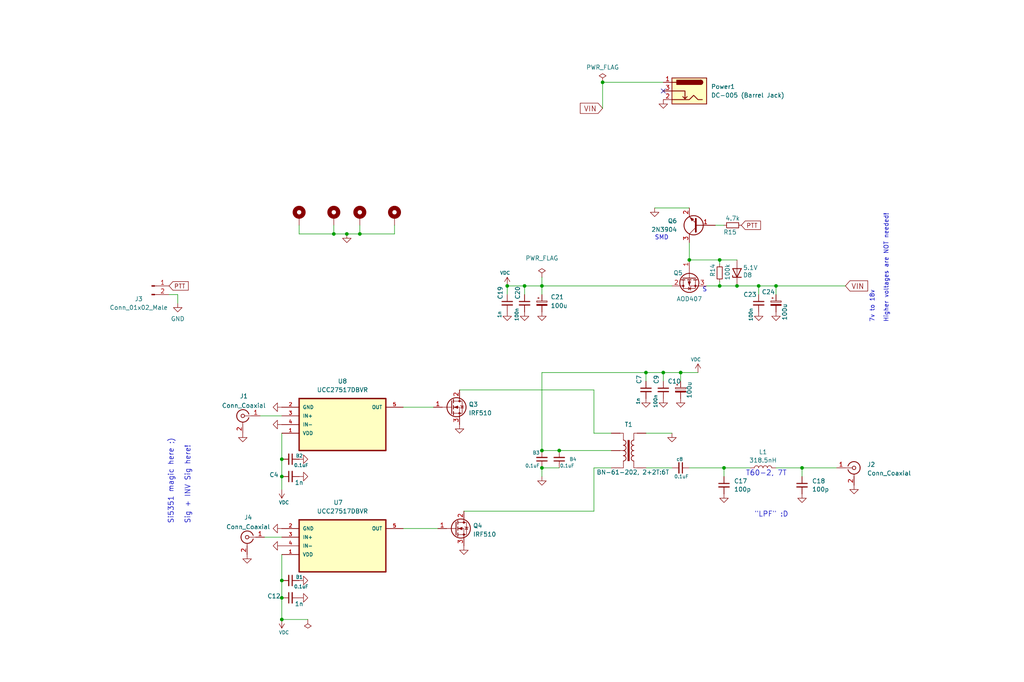
<source format=kicad_sch>
(kicad_sch (version 20230121) (generator eeschema)
  (paper "User" 299.999 200)
  (title_block (title "Digital PA (Push-pull simplified)") (date "2023-10-04") (rev "3.01") (company "Remixed by VU3CER, Henning Paul DC4HP (hnch@gmx.net)") (comment 1 "Licensed under CC BY-NC 4.0, NON-COMMERCIAL!") (comment 2 "https://creativecommons.org/licenses/by-nc/4.0/"))
  (lib_symbols
    (symbol "Connector:Barrel_Jack_Switch" (pin_names hide)
      (property "Reference" "J" (at 0 5.334 0))
      (property "Value" "Barrel_Jack_Switch" (at 0 -5.08 0))
      (symbol "Barrel_Jack_Switch_0_1"
        (rectangle (start -5.08 3.81) (end 5.08 -3.81) (stroke (width 0.254)) (fill (type background)))
        (arc (start -3.302 3.175) (mid -3.9343 2.54) (end -3.302 1.905) (stroke (width 0.254)))
        (arc (start -3.302 3.175) (mid -3.9343 2.54) (end -3.302 1.905) (stroke (width 0.254)) (fill (type outline)))
        (polyline (pts (xy 1.27 -2.286) (xy 1.905 -1.651)) (stroke (width 0.254)))
        (polyline (pts (xy 5.08 2.54) (xy 3.81 2.54)) (stroke (width 0.254)))
        (polyline (pts (xy 5.08 0) (xy 1.27 0) (xy 1.27 -2.286) (xy 0.635 -1.651)) (stroke (width 0.254)))
        (polyline (pts (xy -3.81 -2.54) (xy -2.54 -2.54) (xy -1.27 -1.27) (xy 0 -2.54) (xy 2.54 -2.54) (xy 5.08 -2.54)) (stroke (width 0.254)))
        (rectangle (start 3.683 3.175) (end -3.302 1.905) (stroke (width 0.254)) (fill (type outline)))
      )
      (symbol "Barrel_Jack_Switch_1_1"
        (pin passive line (at 7.62 2.54 180) (length 2.54) (name "~") (number "1"))
        (pin passive line (at 7.62 -2.54 180) (length 2.54) (name "~") (number "2"))
        (pin passive line (at 7.62 0 180) (length 2.54) (name "~") (number "3"))
      )
    )
    (symbol "Connector:Conn_01x02_Pin" (pin_names (offset 1.016) hide)
      (property "Reference" "J" (at 0 2.54 0))
      (property "Value" "Conn_01x02_Pin" (at 0 -5.08 0))
      (symbol "Conn_01x02_Pin_1_1"
        (polyline (pts (xy 1.27 -2.54) (xy 0.8636 -2.54)) (stroke (width 0.1524)))
        (polyline (pts (xy 1.27 0) (xy 0.8636 0)) (stroke (width 0.1524)))
        (rectangle (start 0.8636 -2.413) (end 0 -2.667) (stroke (width 0.1524)) (fill (type outline)))
        (rectangle (start 0.8636 0.127) (end 0 -0.127) (stroke (width 0.1524)) (fill (type outline)))
        (pin passive line (at 5.08 0 180) (length 3.81) (name "Pin_1") (number "1"))
        (pin passive line (at 5.08 -2.54 180) (length 3.81) (name "Pin_2") (number "2"))
      )
    )
    (symbol "Connector:Conn_Coaxial" (pin_names (offset 1.016) hide)
      (property "Reference" "J" (at 0.254 3.048 0))
      (property "Value" "Conn_Coaxial" (at 2.921 0 90))
      (symbol "Conn_Coaxial_0_1"
        (arc (start -1.778 -0.508) (mid 0.222 -1.808) (end 1.778 0) (stroke (width 0.254)))
        (polyline (pts (xy -2.54 0) (xy -0.508 0)))
        (polyline (pts (xy 0 -2.54) (xy 0 -1.778)))
        (circle (center 0 0) (radius 0.508) (stroke (width 0.2032)))
        (arc (start 1.778 0) (mid 0.222 1.8083) (end -1.778 0.508) (stroke (width 0.254)))
      )
      (symbol "Conn_Coaxial_1_1"
        (pin passive line (at -5.08 0 0) (length 2.54) (name "In") (number "1"))
        (pin passive line (at 0 -5.08 90) (length 2.54) (name "Ext") (number "2"))
      )
    )
    (symbol "Device:C_Polarized_Small" (pin_numbers hide) (pin_names (offset 0.254) hide)
      (property "Reference" "C" (at 0.254 1.778 0))
      (property "Value" "C_Polarized_Small" (at 0.254 -2.032 0))
      (symbol "C_Polarized_Small_0_1"
        (rectangle (start -1.524 -0.3048) (end 1.524 -0.6858) (fill (type outline)))
        (rectangle (start -1.524 0.6858) (end 1.524 0.3048))
        (polyline (pts (xy -1.27 1.524) (xy -0.762 1.524)))
        (polyline (pts (xy -1.016 1.27) (xy -1.016 1.778)))
      )
      (symbol "C_Polarized_Small_1_1"
        (pin passive line (at 0 2.54 270) (length 1.8542) (name "~") (number "1"))
        (pin passive line (at 0 -2.54 90) (length 1.8542) (name "~") (number "2"))
      )
    )
    (symbol "Device:C_Small" (pin_numbers hide) (pin_names (offset 0.254) hide)
      (property "Reference" "C" (at 0.254 1.778 0))
      (property "Value" "C_Small" (at 0.254 -2.032 0))
      (symbol "C_Small_0_1"
        (polyline (pts (xy -1.524 -0.508) (xy 1.524 -0.508)) (stroke (width 0.3302)))
        (polyline (pts (xy -1.524 0.508) (xy 1.524 0.508)) (stroke (width 0.3048)))
      )
      (symbol "C_Small_1_1"
        (pin passive line (at 0 2.54 270) (length 2.032) (name "~") (number "1"))
        (pin passive line (at 0 -2.54 90) (length 2.032) (name "~") (number "2"))
      )
    )
    (symbol "Device:D_Zener" (pin_numbers hide) (pin_names (offset 1.016) hide)
      (property "Reference" "D" (at 0 2.54 0))
      (property "Value" "D_Zener" (at 0 -2.54 0))
      (symbol "D_Zener_0_1"
        (polyline (pts (xy 1.27 0) (xy -1.27 0)))
        (polyline (pts (xy -1.27 -1.27) (xy -1.27 1.27) (xy -0.762 1.27)) (stroke (width 0.254)))
        (polyline (pts (xy 1.27 -1.27) (xy 1.27 1.27) (xy -1.27 0) (xy 1.27 -1.27)) (stroke (width 0.254)))
      )
      (symbol "D_Zener_1_1"
        (pin passive line (at -3.81 0 0) (length 2.54) (name "K") (number "1"))
        (pin passive line (at 3.81 0 180) (length 2.54) (name "A") (number "2"))
      )
    )
    (symbol "Device:L" (pin_numbers hide) (pin_names (offset 1.016) hide)
      (property "Reference" "L" (at -1.27 0 90))
      (property "Value" "L" (at 1.905 0 90))
      (symbol "L_0_1"
        (arc (start 0 -2.54) (mid 0.6323 -1.905) (end 0 -1.27))
        (arc (start 0 -1.27) (mid 0.6323 -0.635) (end 0 0))
        (arc (start 0 0) (mid 0.6323 0.635) (end 0 1.27))
        (arc (start 0 1.27) (mid 0.6323 1.905) (end 0 2.54))
      )
      (symbol "L_1_1"
        (pin passive line (at 0 3.81 270) (length 1.27) (name "1") (number "1"))
        (pin passive line (at 0 -3.81 90) (length 1.27) (name "2") (number "2"))
      )
    )
    (symbol "Device:Q_NMOS_GDS" (pin_names (offset 0) hide)
      (property "Reference" "Q" (at 5.08 1.27 0))
      (property "Value" "Q_NMOS_GDS" (at 5.08 -1.27 0))
      (symbol "Q_NMOS_GDS_0_1"
        (polyline (pts (xy 0.254 0) (xy -2.54 0)))
        (polyline (pts (xy 0.254 1.905) (xy 0.254 -1.905)) (stroke (width 0.254)))
        (polyline (pts (xy 0.762 -1.27) (xy 0.762 -2.286)) (stroke (width 0.254)))
        (polyline (pts (xy 0.762 0.508) (xy 0.762 -0.508)) (stroke (width 0.254)))
        (polyline (pts (xy 0.762 2.286) (xy 0.762 1.27)) (stroke (width 0.254)))
        (polyline (pts (xy 2.54 2.54) (xy 2.54 1.778)))
        (polyline (pts (xy 2.54 -2.54) (xy 2.54 0) (xy 0.762 0)))
        (polyline (pts (xy 0.762 -1.778) (xy 3.302 -1.778) (xy 3.302 1.778) (xy 0.762 1.778)))
        (polyline (pts (xy 1.016 0) (xy 2.032 0.381) (xy 2.032 -0.381) (xy 1.016 0)) (fill (type outline)))
        (polyline (pts (xy 2.794 0.508) (xy 2.921 0.381) (xy 3.683 0.381) (xy 3.81 0.254)))
        (polyline (pts (xy 3.302 0.381) (xy 2.921 -0.254) (xy 3.683 -0.254) (xy 3.302 0.381)))
        (circle (center 1.651 0) (radius 2.794) (stroke (width 0.254)))
        (circle (center 2.54 -1.778) (radius 0.254) (fill (type outline)))
        (circle (center 2.54 1.778) (radius 0.254) (fill (type outline)))
      )
      (symbol "Q_NMOS_GDS_1_1"
        (pin input line (at -5.08 0 0) (length 2.54) (name "G") (number "1"))
        (pin passive line (at 2.54 5.08 270) (length 2.54) (name "D") (number "2"))
        (pin passive line (at 2.54 -5.08 90) (length 2.54) (name "S") (number "3"))
      )
    )
    (symbol "Device:R_Small" (pin_numbers hide) (pin_names (offset 0.254) hide)
      (property "Reference" "R" (at 0.762 0.508 0))
      (property "Value" "R_Small" (at 0.762 -1.016 0))
      (symbol "R_Small_0_1"
        (rectangle (start -0.762 1.778) (end 0.762 -1.778) (stroke (width 0.2032)))
      )
      (symbol "R_Small_1_1"
        (pin passive line (at 0 2.54 270) (length 0.762) (name "~") (number "1"))
        (pin passive line (at 0 -2.54 90) (length 0.762) (name "~") (number "2"))
      )
    )
    (symbol "Mechanical:MountingHole_Pad" (pin_numbers hide) (pin_names (offset 1.016) hide)
      (property "Reference" "H" (at 0 6.35 0))
      (property "Value" "MountingHole_Pad" (at 0 4.445 0))
      (symbol "MountingHole_Pad_0_1"
        (circle (center 0 1.27) (radius 1.27) (stroke (width 1.27)))
      )
      (symbol "MountingHole_Pad_1_1"
        (pin input line (at 0 -2.54 90) (length 2.54) (name "1") (number "1"))
      )
    )
    (symbol "PCM_4ms_Power-symbol:PWR_FLAG" (power) (pin_numbers hide) (pin_names (offset 0) hide)
      (property "Value" "PWR_FLAG" (at 0 3.81 0))
      (symbol "PWR_FLAG_0_0"
        (pin power_out line (at 0 0 90) (length 0) (name "pwr") (number "1"))
      )
      (symbol "PWR_FLAG_0_1"
        (polyline (pts (xy 0 0) (xy 0 1.27) (xy -1.016 1.905) (xy 0 2.54) (xy 1.016 1.905) (xy 0 1.27)))
      )
    )
    (symbol "Transformer:TRANSF4" (pin_numbers hide) (pin_names (offset 0))
      (property "Reference" "TR" (at 0 6.35 0))
      (property "Value" "TRANSF4" (at 0 -6.35 0))
      (symbol "TRANSF4_0_1"
        (arc (start -1.524 -3.048) (mid -0.7653 -2.286) (end -1.524 -1.524) (stroke (width 0.2032)))
        (arc (start -1.524 -1.524) (mid -0.7653 -0.762) (end -1.524 0) (stroke (width 0.2032)))
        (arc (start -1.524 0) (mid -0.7653 0.762) (end -1.524 1.524) (stroke (width 0.2032)))
        (arc (start -1.524 1.524) (mid -0.7653 2.286) (end -1.524 3.048) (stroke (width 0.2032)))
        (rectangle (start -0.254 3.048) (end 0.254 -3.048) (stroke (width 0.0254)) (fill (type outline)))
        (polyline (pts (xy -1.524 0) (xy -2.54 0) (xy -2.54 0)) (fill (type outline)))
        (polyline (pts (xy -2.54 5.08) (xy -1.524 5.08) (xy -1.524 3.048) (xy -1.524 3.048)) (stroke (width 0.1524)))
        (polyline (pts (xy -1.524 -3.048) (xy -1.524 -5.08) (xy -2.54 -5.08) (xy -2.54 -5.08)) (stroke (width 0.1524)))
        (polyline (pts (xy 1.524 3.048) (xy 1.524 5.08) (xy 2.54 5.08) (xy 2.54 5.08)) (stroke (width 0.1524)))
        (polyline (pts (xy 2.54 -5.08) (xy 1.524 -5.08) (xy 1.524 -3.048) (xy 1.524 -3.048)) (stroke (width 0.1524)))
        (arc (start 1.524 -1.524) (mid 0.7653 -2.286) (end 1.524 -3.048) (stroke (width 0.2032)))
        (arc (start 1.524 0) (mid 0.7653 -0.762) (end 1.524 -1.524) (stroke (width 0.2032)))
        (arc (start 1.524 1.524) (mid 0.7653 0.762) (end 1.524 0) (stroke (width 0.2032)))
        (arc (start 1.524 3.048) (mid 0.7653 2.286) (end 1.524 1.524) (stroke (width 0.2032)))
      )
      (symbol "TRANSF4_1_1"
        (pin passive line (at -5.08 5.08 0) (length 2.54) (name "~") (number "1"))
        (pin passive line (at -5.08 0 0) (length 2.54) (name "~") (number "2"))
        (pin passive line (at -5.08 -5.08 0) (length 2.54) (name "~") (number "3"))
        (pin passive line (at 5.08 -5.08 180) (length 2.54) (name "~") (number "4"))
        (pin passive line (at 5.08 5.08 180) (length 2.54) (name "~") (number "5"))
      )
    )
    (symbol "Transistor_BJT:MMBT3904" (pin_names (offset 0) hide)
      (property "Reference" "Q" (at 5.08 1.905 0))
      (property "Value" "MMBT3904" (at 5.08 0 0))
      (symbol "MMBT3904_0_1"
        (polyline (pts (xy 0.635 0.635) (xy 2.54 2.54)))
        (polyline (pts (xy 0.635 -0.635) (xy 2.54 -2.54) (xy 2.54 -2.54)))
        (polyline (pts (xy 0.635 1.905) (xy 0.635 -1.905) (xy 0.635 -1.905)) (stroke (width 0.508)))
        (polyline (pts (xy 1.27 -1.778) (xy 1.778 -1.27) (xy 2.286 -2.286) (xy 1.27 -1.778) (xy 1.27 -1.778)) (fill (type outline)))
        (circle (center 1.27 0) (radius 2.8194) (stroke (width 0.254)))
      )
      (symbol "MMBT3904_1_1"
        (pin input line (at -5.08 0 0) (length 5.715) (name "B") (number "1"))
        (pin passive line (at 2.54 -5.08 90) (length 2.54) (name "E") (number "2"))
        (pin passive line (at 2.54 5.08 270) (length 2.54) (name "C") (number "3"))
      )
    )
    (symbol "Transistor_FET:IRF9540N" (pin_names hide)
      (property "Reference" "Q" (at 5.08 1.905 0))
      (property "Value" "IRF9540N" (at 5.08 0 0))
      (symbol "IRF9540N_0_1"
        (polyline (pts (xy 0.254 0) (xy -2.54 0)))
        (polyline (pts (xy 0.254 1.905) (xy 0.254 -1.905)) (stroke (width 0.254)))
        (polyline (pts (xy 0.762 -1.27) (xy 0.762 -2.286)) (stroke (width 0.254)))
        (polyline (pts (xy 0.762 0.508) (xy 0.762 -0.508)) (stroke (width 0.254)))
        (polyline (pts (xy 0.762 2.286) (xy 0.762 1.27)) (stroke (width 0.254)))
        (polyline (pts (xy 2.54 2.54) (xy 2.54 1.778)))
        (polyline (pts (xy 2.54 -2.54) (xy 2.54 0) (xy 0.762 0)))
        (polyline (pts (xy 0.762 1.778) (xy 3.302 1.778) (xy 3.302 -1.778) (xy 0.762 -1.778)))
        (polyline (pts (xy 2.286 0) (xy 1.27 0.381) (xy 1.27 -0.381) (xy 2.286 0)) (fill (type outline)))
        (polyline (pts (xy 2.794 -0.508) (xy 2.921 -0.381) (xy 3.683 -0.381) (xy 3.81 -0.254)))
        (polyline (pts (xy 3.302 -0.381) (xy 2.921 0.254) (xy 3.683 0.254) (xy 3.302 -0.381)))
        (circle (center 1.651 0) (radius 2.794) (stroke (width 0.254)))
        (circle (center 2.54 -1.778) (radius 0.254) (fill (type outline)))
        (circle (center 2.54 1.778) (radius 0.254) (fill (type outline)))
      )
      (symbol "IRF9540N_1_1"
        (pin input line (at -5.08 0 0) (length 2.54) (name "G") (number "1"))
        (pin passive line (at 2.54 5.08 270) (length 2.54) (name "D") (number "2"))
        (pin passive line (at 2.54 -5.08 90) (length 2.54) (name "S") (number "3"))
      )
    )
    (symbol "UCC27517DBVR:UCC27517DBVR" (pin_names (offset 1.016))
      (property "Reference" "U" (at -12.7 8.62 0))
      (property "Value" "UCC27517DBVR" (at -12.7 -11.62 0))
      (symbol "UCC27517DBVR_0_0"
        (rectangle (start -12.7 -7.62) (end 12.7 7.62) (stroke (width 0.41)) (fill (type background)))
        (pin input line (at -17.78 -2.54 0) (length 5.08) (name "VDD") (number "1"))
        (pin input line (at -17.78 5.08 0) (length 5.08) (name "GND") (number "2"))
        (pin input line (at -17.78 2.54 0) (length 5.08) (name "IN+") (number "3"))
        (pin input line (at -17.78 0 0) (length 5.08) (name "IN-") (number "4"))
        (pin output line (at 17.78 5.08 180) (length 5.08) (name "OUT") (number "5"))
      )
    )
    (symbol "power:GND" (power) (pin_names (offset 0))
      (property "Value" "GND" (at 0 -3.81 0))
      (symbol "GND_0_1"
        (polyline (pts (xy 0 0) (xy 0 -1.27) (xy 1.27 -1.27) (xy 0 -2.54) (xy -1.27 -1.27) (xy 0 -1.27)))
      )
      (symbol "GND_1_1"
        (pin power_in line (at 0 0 270) (length 0) hide (name "GND") (number "1"))
      )
    )
    (symbol "power:PWR_FLAG" (power) (pin_numbers hide) (pin_names (offset 0) hide)
      (property "Value" "PWR_FLAG" (at 0 3.81 0))
      (symbol "PWR_FLAG_0_0"
        (pin power_out line (at 0 0 90) (length 0) (name "pwr") (number "1"))
      )
      (symbol "PWR_FLAG_0_1"
        (polyline (pts (xy 0 0) (xy 0 1.27) (xy -1.016 1.905) (xy 0 2.54) (xy 1.016 1.905) (xy 0 1.27)))
      )
    )
    (symbol "power:VDC" (power) (pin_names (offset 0))
      (property "Value" "VDC" (at 0 6.35 0))
      (symbol "VDC_0_1"
        (polyline (pts (xy -0.762 1.27) (xy 0 2.54)))
        (polyline (pts (xy 0 0) (xy 0 2.54)))
        (polyline (pts (xy 0 2.54) (xy 0.762 1.27)))
      )
      (symbol "VDC_1_1"
        (pin power_in line (at 0 0 90) (length 0) hide (name "VDC") (number "1"))
      )
    )
  )
  (junction (at 215.9 83.82))
  (junction (at 201.93 76.2))
  (junction (at 158.75 83.82))
  (junction (at 222.25 83.82))
  (junction (at 82.55 181.61))
  (junction (at 212.09 137.16))
  (junction (at 158.75 132.08))
  (junction (at 153.67 83.82))
  (junction (at 105.41 68.58))
  (junction (at 82.55 175.26))
  (junction (at 97.79 68.58))
  (junction (at 176.53 24.13))
  (junction (at 210.82 83.82))
  (junction (at 82.55 139.7))
  (junction (at 227.33 83.82))
  (junction (at 148.59 83.82))
  (junction (at 82.55 170.18))
  (junction (at 101.6 68.58))
  (junction (at 189.23 109.22))
  (junction (at 199.39 109.22))
  (junction (at 234.95 137.16))
  (junction (at 194.31 109.22))
  (junction (at 163.83 132.08))
  (junction (at 82.55 134.62))
  (junction (at 158.75 137.16))
  (junction (at 210.82 76.2))
  (no_connect (at 194.31 26.67))
  (wire (pts (xy 176.53 24.13) (xy 176.53 31.75)))
  (wire (pts (xy 101.6 68.58) (xy 105.41 68.58)))
  (wire (pts (xy 163.83 132.08) (xy 179.07 132.08)))
  (wire (pts (xy 118.11 154.94) (xy 128.27 154.94)))
  (wire (pts (xy 234.95 137.16) (xy 234.95 139.7)))
  (wire (pts (xy 227.33 137.16) (xy 234.95 137.16)))
  (wire (pts (xy 210.82 83.82) (xy 215.9 83.82)))
  (wire (pts (xy 201.93 137.16) (xy 212.09 137.16)))
  (wire (pts (xy 52.07 88.9) (xy 52.07 86.36)))
  (wire (pts (xy 158.75 109.22) (xy 189.23 109.22)))
  (wire (pts (xy 173.99 127) (xy 179.07 127)))
  (wire (pts (xy 201.93 76.2) (xy 210.82 76.2)))
  (wire (pts (xy 215.9 83.82) (xy 222.25 83.82)))
  (wire (pts (xy 158.75 83.82) (xy 196.85 83.82)))
  (wire (pts (xy 87.63 68.58) (xy 97.79 68.58)))
  (wire (pts (xy 135.89 149.86) (xy 173.99 149.86)))
  (wire (pts (xy 158.75 83.82) (xy 158.75 86.36)))
  (wire (pts (xy 82.55 127) (xy 82.55 134.62)))
  (wire (pts (xy 189.23 109.22) (xy 194.31 109.22)))
  (wire (pts (xy 210.82 82.55) (xy 210.82 83.82)))
  (wire (pts (xy 153.67 83.82) (xy 158.75 83.82)))
  (wire (pts (xy 227.33 83.82) (xy 227.33 86.36)))
  (wire (pts (xy 173.99 137.16) (xy 173.99 149.86)))
  (wire (pts (xy 158.75 132.08) (xy 163.83 132.08)))
  (wire (pts (xy 199.39 109.22) (xy 204.47 109.22)))
  (wire (pts (xy 176.53 24.13) (xy 194.31 24.13)))
  (wire (pts (xy 189.23 137.16) (xy 196.85 137.16)))
  (wire (pts (xy 77.47 157.48) (xy 82.55 157.48)))
  (wire (pts (xy 212.09 137.16) (xy 219.71 137.16)))
  (wire (pts (xy 209.55 66.04) (xy 212.09 66.04)))
  (wire (pts (xy 82.55 139.7) (xy 82.55 143.51)))
  (wire (pts (xy 207.01 83.82) (xy 210.82 83.82)))
  (wire (pts (xy 82.55 134.62) (xy 82.55 139.7)))
  (wire (pts (xy 158.75 137.16) (xy 163.83 137.16)))
  (wire (pts (xy 194.31 109.22) (xy 194.31 111.76)))
  (wire (pts (xy 212.09 137.16) (xy 212.09 139.7)))
  (wire (pts (xy 189.23 127) (xy 196.85 127)))
  (wire (pts (xy 234.95 137.16) (xy 245.11 137.16)))
  (wire (pts (xy 210.82 76.2) (xy 215.9 76.2)))
  (wire (pts (xy 87.63 66.04) (xy 87.63 68.58)))
  (wire (pts (xy 52.07 86.36) (xy 49.53 86.36)))
  (wire (pts (xy 158.75 81.28) (xy 158.75 83.82)))
  (wire (pts (xy 134.62 114.3) (xy 173.99 114.3)))
  (wire (pts (xy 201.93 71.12) (xy 201.93 76.2)))
  (wire (pts (xy 148.59 83.82) (xy 153.67 83.82)))
  (wire (pts (xy 210.82 76.2) (xy 210.82 77.47)))
  (wire (pts (xy 227.33 83.82) (xy 247.65 83.82)))
  (wire (pts (xy 194.31 109.22) (xy 199.39 109.22)))
  (wire (pts (xy 105.41 68.58) (xy 115.57 68.58)))
  (wire (pts (xy 158.75 137.16) (xy 158.75 139.7)))
  (wire (pts (xy 189.23 109.22) (xy 189.23 111.76)))
  (wire (pts (xy 82.55 181.61) (xy 90.17 181.61)))
  (wire (pts (xy 97.79 68.58) (xy 101.6 68.58)))
  (wire (pts (xy 222.25 83.82) (xy 227.33 83.82)))
  (wire (pts (xy 173.99 137.16) (xy 179.07 137.16)))
  (wire (pts (xy 222.25 83.82) (xy 222.25 86.36)))
  (wire (pts (xy 158.75 109.22) (xy 158.75 132.08)))
  (wire (pts (xy 173.99 114.3) (xy 173.99 127)))
  (wire (pts (xy 82.55 170.18) (xy 82.55 175.26)))
  (wire (pts (xy 148.59 83.82) (xy 148.59 86.36)))
  (wire (pts (xy 153.67 83.82) (xy 153.67 86.36)))
  (wire (pts (xy 118.11 119.38) (xy 127 119.38)))
  (wire (pts (xy 191.77 60.96) (xy 201.93 60.96)))
  (wire (pts (xy 105.41 66.04) (xy 105.41 68.58)))
  (wire (pts (xy 115.57 68.58) (xy 115.57 66.04)))
  (wire (pts (xy 82.55 162.56) (xy 82.55 170.18)))
  (wire (pts (xy 97.79 66.04) (xy 97.79 68.58)))
  (wire (pts (xy 199.39 109.22) (xy 199.39 111.76)))
  (wire (pts (xy 76.2 121.92) (xy 82.55 121.92)))
  (wire (pts (xy 82.55 175.26) (xy 82.55 181.61)))
  (text "\"LPF\" :D" (at 220.98 151.765 0) (effects (font (size 1.524 1.524)) (justify left bottom)))
  (text "SMD" (at 191.77 70.485 0) (effects (font (size 1.27 1.27)) (justify left bottom)))
  (text "S" (at 205.74 85.725 0) (effects (font (size 1.27 1.27)) (justify left bottom)))
  (text "7v to 18v\n\nHigher voltages are NOT needed!" (at 260.35 94.615 90) (effects (font (size 1.27 1.27)) (justify left bottom)))
  (text "Si5351 magic here ;)\n\nSig + INV Sig here!" (at 55.88 153.67 90) (effects (font (size 1.524 1.524)) (justify left bottom)))
  (text "T60-2, 7T" (at 218.44 139.7 0) (effects (font (size 1.524 1.524)) (justify left bottom)))
  (global_label "PTT" (shape input) (at 49.53 83.82 0) (property "Intersheetrefs" "${INTERSHEET_REFS}" (effects hide)))
  (global_label "VIN" (shape input) (at 176.53 31.75 180) (effects (font (size 1.524 1.524))) (property "Intersheetrefs" "${INTERSHEET_REFS}" (effects hide)) (property "Referenzen zwischen Schaltplänen" "${INTERSHEET_REFS}" (effects hide)))
  (global_label "VIN" (shape input) (at 247.65 83.82 0) (effects (font (size 1.524 1.524))) (property "Intersheetrefs" "${INTERSHEET_REFS}" (effects hide)) (property "Referenzen zwischen Schaltplänen" "${INTERSHEET_REFS}" (effects hide)))
  (global_label "PTT" (shape input) (at 217.17 66.04 0) (property "Intersheetrefs" "${INTERSHEET_REFS}" (effects hide)))
  (symbol (lib_id "Device:R_Small") (at 210.82 80.01 180) (unit 1)
    (property "Reference" "R14" (at 208.788 79.248 90))
    (property "Value" "100k" (at 213.106 79.756 90))
    (property "Footprint" "Resistor_SMD:R_1206_3216Metric_Pad1.30x1.75mm_HandSolder" (effects hide))
  )
  (symbol (lib_id "power:GND") (at 101.6 68.58 0) (unit 1)
    (property "Reference" "#PWR075" (effects hide))
    (property "Value" "GNDPWR" (effects hide))
  )
  (symbol (lib_id "power:GND") (at 158.75 139.7 0) (unit 1)
    (property "Reference" "#PWR051" (effects hide))
    (property "Value" "GND" (effects hide))
  )
  (symbol (lib_id "Device:L") (at 223.52 137.16 90) (unit 1)
    (property "Reference" "L1" (at 223.52 132.5104 90))
    (property "Value" "318.5nH" (at 223.52 134.9346 90))
    (property "Footprint" "Inductor_THT:L_Toroid_Vertical_L21.6mm_W8.4mm_P8.38mm_Pulse_G" (effects hide))
  )
  (symbol (lib_id "power:GND") (at 82.55 154.94 270) (unit 1)
    (property "Reference" "#PWR035" (effects hide))
    (property "Value" "GND" (effects hide))
  )
  (symbol (lib_id "Device:R_Small") (at 214.63 66.04 90) (unit 1)
    (property "Reference" "R15" (at 213.868 68.072 90))
    (property "Value" "4.7k" (at 214.63 64.008 90))
    (property "Footprint" "Resistor_SMD:R_1206_3216Metric_Pad1.30x1.75mm_HandSolder" (effects hide))
  )
  (symbol (lib_id "Device:C_Small") (at 222.25 88.9 0) (unit 1)
    (property "Reference" "C23" (at 219.71 86.36 0))
    (property "Value" "100n" (at 219.964 92.202 90) (effects (font (size 0.9906 0.9906))))
    (property "Footprint" "Capacitor_SMD:C_1206_3216Metric_Pad1.33x1.80mm_HandSolder" (effects hide))
  )
  (symbol (lib_id "Device:Q_NMOS_GDS") (at 132.08 119.38 0) (unit 1)
    (property "Reference" "Q3" (at 137.287 118.5453 0) (effects (justify left)))
    (property "Value" "IRF510" (at 137.287 121.0822 0) (effects (justify left)))
    (property "Footprint" "Package_TO_SOT_SMD:TO-263-3_TabPin2" (effects hide))
  )
  (symbol (lib_id "power:GND") (at 72.39 162.56 0) (unit 1)
    (property "Reference" "#PWR09" (effects hide))
    (property "Value" "GND" (effects hide))
  )
  (symbol (lib_id "power:GND") (at 194.31 116.84 0) (unit 1)
    (property "Reference" "#PWR06" (effects hide))
    (property "Value" "GND" (effects hide))
  )
  (symbol (lib_id "Device:D_Zener") (at 215.9 80.01 90) (unit 1)
    (property "Reference" "D8" (at 220.345 80.645 90) (effects (justify left)))
    (property "Value" "5.1V" (at 221.996 78.486 90) (effects (justify left)))
    (property "Footprint" "Diode_SMD:D_MiniMELF_Handsoldering" (effects hide))
  )
  (symbol (lib_id "power:GND") (at 234.95 144.78 0) (unit 1)
    (property "Reference" "#PWR060" (effects hide))
    (property "Value" "GND" (effects hide))
  )
  (symbol (lib_id "Connector:Conn_Coaxial") (at 72.39 157.48 0) (mirror y) (unit 1)
    (property "Reference" "J4" (at 72.7074 151.6869 0))
    (property "Value" "Conn_Coaxial" (at 72.7074 154.462 0))
    (property "Footprint" "Connector_Coaxial:SMA_Amphenol_901-144_Vertical" (effects hide))
    (property "Datasheet" " ~" (effects hide))
  )
  (symbol (lib_id "Device:C_Small") (at 85.09 170.18 270) (unit 1)
    (property "Reference" "B1" (at 86.614 169.164 90) (effects (font (size 0.9906 0.9906)) (justify left)))
    (property "Value" "0.1uF" (at 86.106 171.958 90) (effects (font (size 0.9906 0.9906)) (justify left)))
    (property "Footprint" "Capacitor_SMD:C_1206_3216Metric_Pad1.33x1.80mm_HandSolder" (effects hide))
  )
  (symbol (lib_id "power:VDC") (at 82.55 181.61 180) (unit 1)
    (property "Reference" "#PWR04" (effects hide))
    (property "Value" "+VPA" (at 83.185 185.42 0) (effects (font (size 0.9906 0.9906))))
  )
  (symbol (lib_id "power:VDC") (at 204.47 109.22 0) (unit 1)
    (property "Reference" "#PWR08" (effects hide))
    (property "Value" "+VPA" (at 203.835 105.41 0) (effects (font (size 0.9906 0.9906))))
  )
  (symbol (lib_id "Device:C_Small") (at 85.09 134.62 270) (unit 1)
    (property "Reference" "B2" (at 86.614 133.604 90) (effects (font (size 0.9906 0.9906)) (justify left)))
    (property "Value" "0.1uF" (at 86.106 136.398 90) (effects (font (size 0.9906 0.9906)) (justify left)))
    (property "Footprint" "Capacitor_SMD:C_1206_3216Metric_Pad1.33x1.80mm_HandSolder" (effects hide))
  )
  (symbol (lib_id "Transistor_BJT:MMBT3904") (at 204.47 66.04 180) (unit 1)
    (property "Reference" "Q6" (at 198.374 64.7699 0) (effects (justify left)))
    (property "Value" "2N3904" (at 198.374 67.3099 0) (effects (justify left)))
    (property "Footprint" "Package_TO_SOT_SMD:SOT-23_Handsoldering" (effects hide))
    (property "Datasheet" "https://www.onsemi.com/pdf/datasheet/pzt3904-d.pdf" (effects hide))
  )
  (symbol (lib_id "power:VDC") (at 148.59 83.82 0) (unit 1)
    (property "Reference" "#PWR070" (effects hide))
    (property "Value" "+VPA" (at 147.955 80.01 0) (effects (font (size 0.9906 0.9906))))
  )
  (symbol (lib_id "Device:C_Polarized_Small") (at 158.75 88.9 0) (unit 1)
    (property "Reference" "C21" (at 161.29 87.0839 0) (effects (justify left)))
    (property "Value" "100u" (at 161.29 89.6239 0) (effects (justify left)))
    (property "Footprint" "Capacitor_THT:CP_Radial_D5.0mm_P2.50mm" (effects hide))
  )
  (symbol (lib_id "Device:C_Polarized_Small") (at 199.39 114.3 0) (unit 1)
    (property "Reference" "C10" (at 195.58 111.76 0) (effects (justify left)))
    (property "Value" "100u" (at 201.93 116.84 90) (effects (justify left)))
    (property "Footprint" "Capacitor_THT:CP_Radial_D5.0mm_P2.50mm" (effects hide))
  )
  (symbol (lib_id "Device:C_Polarized_Small") (at 227.33 88.9 0) (unit 1)
    (property "Reference" "C24" (at 223.139 85.598 0) (effects (justify left)))
    (property "Value" "100u" (at 229.87 93.98 90) (effects (justify left)))
    (property "Footprint" "Capacitor_THT:CP_Radial_D5.0mm_P2.50mm" (effects hide))
  )
  (symbol (lib_id "power:GND") (at 227.33 91.44 0) (unit 1)
    (property "Reference" "#PWR069" (effects hide))
    (property "Value" "GND" (effects hide))
  )
  (symbol (lib_id "power:GND") (at 87.63 175.26 90) (unit 1)
    (property "Reference" "#PWR044" (effects hide))
    (property "Value" "GND" (effects hide))
  )
  (symbol (lib_id "Transformer:TRANSF4") (at 184.15 132.08 0) (unit 1)
    (property "Reference" "T1" (at 184.15 124.46 0))
    (property "Value" "BN-61-202, 2+2T:6T" (at 185.42 138.43 0))
    (property "Footprint" "footprints:BN202V" (effects hide))
  )
  (symbol (lib_id "Device:Q_NMOS_GDS") (at 133.35 154.94 0) (unit 1)
    (property "Reference" "Q4" (at 138.557 154.1053 0) (effects (justify left)))
    (property "Value" "IRF510" (at 138.557 156.6422 0) (effects (justify left)))
    (property "Footprint" "Package_TO_SOT_SMD:TO-263-3_TabPin2" (effects hide))
  )
  (symbol (lib_id "Device:C_Small") (at 199.39 137.16 270) (unit 1)
    (property "Reference" "c8" (at 198.12 134.62 90) (effects (font (size 0.9906 0.9906)) (justify left)))
    (property "Value" "0.1uF" (at 197.485 139.7 90) (effects (font (size 0.9906 0.9906)) (justify left)))
    (property "Footprint" "Capacitor_SMD:C_1206_3216Metric_Pad1.33x1.80mm_HandSolder" (effects hide))
  )
  (symbol (lib_id "Device:C_Small") (at 85.09 139.7 90) (unit 1)
    (property "Reference" "C4" (at 80.264 139.192 90))
    (property "Value" "1n" (at 87.63 141.478 90))
    (property "Footprint" "Capacitor_SMD:C_1206_3216Metric_Pad1.33x1.80mm_HandSolder" (effects hide))
  )
  (symbol (lib_id "power:GND") (at 222.25 91.44 0) (unit 1)
    (property "Reference" "#PWR068" (effects hide))
    (property "Value" "GND" (effects hide))
  )
  (symbol (lib_id "Device:C_Small") (at 158.75 134.62 180) (unit 1)
    (property "Reference" "B3" (at 158.115 132.715 0) (effects (font (size 0.9906 0.9906)) (justify left)))
    (property "Value" "0.1uF" (at 158.115 136.525 0) (effects (font (size 0.9906 0.9906)) (justify left)))
    (property "Footprint" "Capacitor_SMD:C_1206_3216Metric_Pad1.33x1.80mm_HandSolder" (effects hide))
  )
  (symbol (lib_id "Connector:Barrel_Jack_Switch") (at 201.93 26.67 0) (mirror y) (unit 1)
    (property "Reference" "Power1" (at 208.28 25.3999 0) (effects (justify right)))
    (property "Value" "DC-005 (Barrel Jack)" (at 208.28 27.9399 0) (effects (justify right)))
    (property "Footprint" "footprints:XKB_DC-005-5A-2.0_Modded" (effects hide))
  )
  (symbol (lib_id "power:GND") (at 189.23 116.84 0) (unit 1)
    (property "Reference" "#PWR05" (effects hide))
    (property "Value" "GND" (effects hide))
  )
  (symbol (lib_id "power:GND") (at 82.55 119.38 270) (unit 1)
    (property "Reference" "#PWR020" (effects hide))
    (property "Value" "GND" (effects hide))
  )
  (symbol (lib_id "Connector:Conn_Coaxial") (at 250.19 137.16 0) (unit 1)
    (property "Reference" "J2" (at 254 136.1832 0) (effects (justify left)))
    (property "Value" "Conn_Coaxial" (at 254 138.7232 0) (effects (justify left)))
    (property "Footprint" "Connector_Coaxial:SMA_Amphenol_901-144_Vertical" (effects hide))
    (property "Datasheet" " ~" (effects hide))
  )
  (symbol (lib_id "UCC27517DBVR:UCC27517DBVR") (at 100.33 160.02 0) (unit 1)
    (property "Reference" "U7" (at 99.06 147.32 0))
    (property "Value" "UCC27517DBVR" (at 100.33 149.86 0))
    (property "Footprint" "Package_TO_SOT_SMD:SOT-23-5_HandSoldering" (effects hide))
    (property "MF" "Texas Instruments" (effects hide))
    (property "Description" "\n4-A/4-A single-channel gate driver with 5-V UVLO and 13-ns prop delay in SOT-23 package\n" (effects hide))
    (property "Package" "SOT-23-5 Texas Instruments" (effects hide))
    (property "Price" "None" (effects hide))
    (property "SnapEDA_Link" "https://www.snapeda.com/parts/UCC27517DBVR/Texas+Instruments/view-part/?ref=snap" (effects hide))
    (property "MP" "UCC27517DBVR" (effects hide))
    (property "Purchase-URL" "https://pricing.snapeda.com/search?q=UCC27517DBVR&ref=eda" (effects hide))
    (property "Availability" "In Stock" (effects hide))
    (property "Check_prices" "https://www.snapeda.com/parts/UCC27517DBVR/Texas+Instruments/view-part/?ref=eda" (effects hide))
  )
  (symbol (lib_id "Connector:Conn_Coaxial") (at 71.12 121.92 0) (mirror y) (unit 1)
    (property "Reference" "J1" (at 71.4374 116.1269 0))
    (property "Value" "Conn_Coaxial" (at 71.4374 118.902 0))
    (property "Footprint" "Connector_Coaxial:SMA_Amphenol_901-144_Vertical" (effects hide))
    (property "Datasheet" " ~" (effects hide))
  )
  (symbol (lib_id "power:GND") (at 87.63 139.7 90) (unit 1)
    (property "Reference" "#PWR023" (effects hide))
    (property "Value" "GND" (effects hide))
  )
  (symbol (lib_id "power:GND") (at 87.63 134.62 90) (unit 1)
    (property "Reference" "#PWR022" (effects hide))
    (property "Value" "GND" (effects hide))
  )
  (symbol (lib_id "Device:C_Small") (at 212.09 142.24 0) (unit 1)
    (property "Reference" "C17" (at 215.011 141.0279 0) (effects (justify left)))
    (property "Value" "100p" (at 215.011 143.4521 0) (effects (justify left)))
    (property "Footprint" "Capacitor_SMD:C_0805_2012Metric_Pad1.18x1.45mm_HandSolder" (effects hide))
  )
  (symbol (lib_id "UCC27517DBVR:UCC27517DBVR") (at 100.33 124.46 0) (unit 1)
    (property "Reference" "U8" (at 100.33 111.76 0))
    (property "Value" "UCC27517DBVR" (at 100.33 114.3 0))
    (property "Footprint" "Package_TO_SOT_SMD:SOT-23-5_HandSoldering" (effects hide))
    (property "MF" "Texas Instruments" (effects hide))
    (property "Description" "\n4-A/4-A single-channel gate driver with 5-V UVLO and 13-ns prop delay in SOT-23 package\n" (effects hide))
    (property "Package" "SOT-23-5 Texas Instruments" (effects hide))
    (property "Price" "None" (effects hide))
    (property "SnapEDA_Link" "https://www.snapeda.com/parts/UCC27517DBVR/Texas+Instruments/view-part/?ref=snap" (effects hide))
    (property "MP" "UCC27517DBVR" (effects hide))
    (property "Purchase-URL" "https://pricing.snapeda.com/search?q=UCC27517DBVR&ref=eda" (effects hide))
    (property "Availability" "In Stock" (effects hide))
    (property "Check_prices" "https://www.snapeda.com/parts/UCC27517DBVR/Texas+Instruments/view-part/?ref=eda" (effects hide))
  )
  (symbol (lib_id "Mechanical:MountingHole_Pad") (at 87.63 63.5 0) (unit 1)
    (property "Reference" "H1" (effects hide))
    (property "Value" "MountingHole_Pad" (effects hide))
    (property "Footprint" "MountingHole:MountingHole_3.2mm_M3_Pad_Via" (effects hide))
  )
  (symbol (lib_id "Device:C_Small") (at 163.83 134.62 180) (unit 1)
    (property "Reference" "B4" (at 168.91 134.62 0) (effects (font (size 0.9906 0.9906)) (justify left)))
    (property "Value" "0.1uF" (at 168.275 136.525 0) (effects (font (size 0.9906 0.9906)) (justify left)))
    (property "Footprint" "Capacitor_SMD:C_1206_3216Metric_Pad1.33x1.80mm_HandSolder" (effects hide))
  )
  (symbol (lib_id "power:GND") (at 87.63 170.18 90) (unit 1)
    (property "Reference" "#PWR042" (effects hide))
    (property "Value" "GND" (effects hide))
  )
  (symbol (lib_id "power:GND") (at 153.67 91.44 0) (unit 1)
    (property "Reference" "#PWR063" (effects hide))
    (property "Value" "GND" (effects hide))
  )
  (symbol (lib_id "power:GND") (at 52.07 88.9 0) (unit 1)
    (property "Reference" "#PWR013" (effects hide))
    (property "Value" "GND" (at 52.07 93.4625 0))
  )
  (symbol (lib_id "Device:C_Small") (at 85.09 175.26 90) (unit 1)
    (property "Reference" "C12" (at 80.264 174.752 90))
    (property "Value" "1n" (at 87.63 177.038 90))
    (property "Footprint" "Capacitor_SMD:C_1206_3216Metric_Pad1.33x1.80mm_HandSolder" (effects hide))
  )
  (symbol (lib_id "Device:C_Small") (at 189.23 114.3 0) (unit 1)
    (property "Reference" "C7" (at 187.198 111.252 90))
    (property "Value" "1n" (at 186.944 117.602 90) (effects (font (size 0.9906 0.9906))))
    (property "Footprint" "Capacitor_SMD:C_1206_3216Metric_Pad1.33x1.80mm_HandSolder" (effects hide))
  )
  (symbol (lib_id "power:GND") (at 212.09 144.78 0) (unit 1)
    (property "Reference" "#PWR059" (effects hide))
    (property "Value" "GND" (effects hide))
  )
  (symbol (lib_id "PCM_4ms_Power-symbol:PWR_FLAG") (at 90.17 181.61 180) (unit 1)
    (property "Reference" "#FLG04" (effects hide))
    (property "Value" "PWR_FLAG" (effects hide))
  )
  (symbol (lib_id "power:PWR_FLAG") (at 158.75 81.28 0) (unit 1)
    (property "Reference" "#FLG01" (effects hide))
    (property "Value" "PWR_FLAG" (at 158.75 75.692 0))
  )
  (symbol (lib_id "power:GND") (at 82.55 160.02 270) (unit 1)
    (property "Reference" "#PWR03" (effects hide))
    (property "Value" "GND" (effects hide))
  )
  (symbol (lib_id "Device:C_Small") (at 148.59 88.9 0) (unit 1)
    (property "Reference" "C19" (at 146.558 85.852 90))
    (property "Value" "1n" (at 146.304 92.202 90) (effects (font (size 0.9906 0.9906))))
    (property "Footprint" "Capacitor_SMD:C_1206_3216Metric_Pad1.33x1.80mm_HandSolder" (effects hide))
  )
  (symbol (lib_id "power:GND") (at 148.59 91.44 0) (unit 1)
    (property "Reference" "#PWR062" (effects hide))
    (property "Value" "GND" (effects hide))
  )
  (symbol (lib_id "power:GND") (at 191.77 60.96 0) (unit 1)
    (property "Reference" "#PWR067" (effects hide))
    (property "Value" "GND" (effects hide))
  )
  (symbol (lib_id "power:GND") (at 194.31 29.21 0) (unit 1)
    (property "Reference" "#PWR018" (effects hide))
    (property "Value" "GNDPWR" (effects hide))
  )
  (symbol (lib_id "Device:C_Small") (at 194.31 114.3 0) (unit 1)
    (property "Reference" "C9" (at 192.278 111.252 90))
    (property "Value" "100n" (at 192.024 117.602 90) (effects (font (size 0.9906 0.9906))))
    (property "Footprint" "Capacitor_SMD:C_1206_3216Metric_Pad1.33x1.80mm_HandSolder" (effects hide))
  )
  (symbol (lib_id "power:GND") (at 135.89 160.02 0) (unit 1)
    (property "Reference" "#PWR048" (effects hide))
    (property "Value" "GND" (effects hide))
  )
  (symbol (lib_id "Device:C_Small") (at 153.67 88.9 0) (unit 1)
    (property "Reference" "C20" (at 151.638 85.852 90))
    (property "Value" "100n" (at 151.384 92.202 90) (effects (font (size 0.9906 0.9906))))
    (property "Footprint" "Capacitor_SMD:C_1206_3216Metric_Pad1.33x1.80mm_HandSolder" (effects hide))
  )
  (symbol (lib_id "Device:C_Small") (at 234.95 142.24 0) (unit 1)
    (property "Reference" "C18" (at 237.871 141.0279 0) (effects (justify left)))
    (property "Value" "100p" (at 237.871 143.4521 0) (effects (justify left)))
    (property "Footprint" "Capacitor_SMD:C_0805_2012Metric_Pad1.18x1.45mm_HandSolder" (effects hide))
  )
  (symbol (lib_id "power:GND") (at 196.85 127 0) (unit 1)
    (property "Reference" "#PWR055" (effects hide))
    (property "Value" "GND" (effects hide))
  )
  (symbol (lib_id "power:PWR_FLAG") (at 176.53 24.13 0) (unit 1)
    (property "Reference" "#FLG03" (effects hide))
    (property "Value" "PWR_FLAG" (at 176.53 19.7358 0))
  )
  (symbol (lib_id "Mechanical:MountingHole_Pad") (at 97.79 63.5 0) (unit 1)
    (property "Reference" "H2" (effects hide))
    (property "Value" "MountingHole_Pad" (effects hide))
    (property "Footprint" "MountingHole:MountingHole_3.2mm_M3_Pad_Via" (effects hide))
  )
  (symbol (lib_id "power:GND") (at 158.75 91.44 0) (unit 1)
    (property "Reference" "#PWR064" (effects hide))
    (property "Value" "GND" (effects hide))
  )
  (symbol (lib_id "Mechanical:MountingHole_Pad") (at 105.41 63.5 0) (unit 1)
    (property "Reference" "H3" (effects hide))
    (property "Value" "MountingHole_Pad" (effects hide))
    (property "Footprint" "MountingHole:MountingHole_3.2mm_M3_Pad_Via" (effects hide))
  )
  (symbol (lib_id "power:GND") (at 134.62 124.46 0) (unit 1)
    (property "Reference" "#PWR047" (effects hide))
    (property "Value" "GND" (effects hide))
  )
  (symbol (lib_id "Transistor_FET:IRF9540N") (at 201.93 81.28 90) (mirror x) (unit 1)
    (property "Reference" "Q5" (at 198.628 80.01 90))
    (property "Value" "AOD407" (at 201.93 87.63 90))
    (property "Footprint" "Package_TO_SOT_SMD:TO-252-2" (effects hide))
    (property "Datasheet" "http://www.irf.com/product-info/datasheets/data/irf9540n.pdf" (effects hide))
  )
  (symbol (lib_id "power:GND") (at 71.12 127 0) (unit 1)
    (property "Reference" "#PWR010" (effects hide))
    (property "Value" "GND" (effects hide))
  )
  (symbol (lib_id "power:GND") (at 199.39 116.84 0) (unit 1)
    (property "Reference" "#PWR07" (effects hide))
    (property "Value" "GND" (effects hide))
  )
  (symbol (lib_id "power:VDC") (at 82.55 143.51 180) (unit 1)
    (property "Reference" "#PWR01" (effects hide))
    (property "Value" "+VPA" (at 83.185 147.32 0) (effects (font (size 0.9906 0.9906))))
  )
  (symbol (lib_id "power:GND") (at 82.55 124.46 270) (unit 1)
    (property "Reference" "#PWR02" (effects hide))
    (property "Value" "GND" (effects hide))
  )
  (symbol (lib_id "Mechanical:MountingHole_Pad") (at 115.57 63.5 0) (mirror y) (unit 1)
    (property "Reference" "H4" (effects hide))
    (property "Value" "MountingHole_Pad" (effects hide))
    (property "Footprint" "MountingHole:MountingHole_3.2mm_M3_Pad_Via" (effects hide))
  )
  (symbol (lib_id "power:GND") (at 250.19 142.24 0) (unit 1)
    (property "Reference" "#PWR061" (effects hide))
    (property "Value" "GND" (effects hide))
  )
  (symbol (lib_id "Connector:Conn_01x02_Pin") (at 44.45 83.82 0) (unit 1)
    (property "Reference" "J3" (at 40.64 87.6331 0))
    (property "Value" "Conn_01x02_Male" (at 40.64 90.17 0))
    (property "Footprint" "Connector_PinHeader_2.54mm:PinHeader_1x02_P2.54mm_Vertical" (effects hide))
  )
)
</source>
